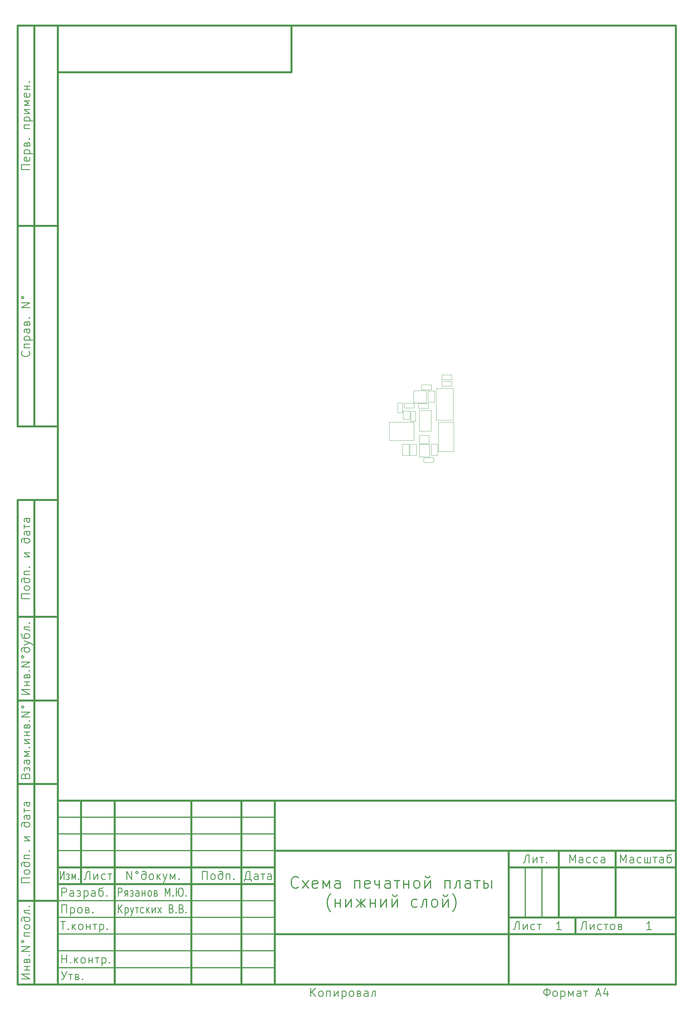
<source format=gbr>
%TF.GenerationSoftware,KiCad,Pcbnew,(6.0.0)*%
%TF.CreationDate,2022-01-12T10:47:11+03:00*%
%TF.ProjectId,Curse_PCB,43757273-655f-4504-9342-2e6b69636164,rev?*%
%TF.SameCoordinates,Original*%
%TF.FileFunction,Other,User*%
%FSLAX46Y46*%
G04 Gerber Fmt 4.6, Leading zero omitted, Abs format (unit mm)*
G04 Created by KiCad (PCBNEW (6.0.0)) date 2022-01-12 10:47:11*
%MOMM*%
%LPD*%
G01*
G04 APERTURE LIST*
%ADD10C,0.100000*%
%ADD11C,0.600000*%
%ADD12C,0.300000*%
%ADD13C,0.250000*%
%ADD14C,0.350000*%
%ADD15C,0.500000*%
%ADD16C,0.050000*%
%ADD17C,0.120000*%
G04 APERTURE END LIST*
D10*
D11*
X20000000Y-292002200D02*
X20000000Y-5000000D01*
X205007200Y-5000000D01*
X205007200Y-292002200D01*
X20000000Y-292002200D01*
D10*
D11*
X8000000Y-232002200D02*
X20000000Y-232002200D01*
D10*
D11*
X8000000Y-207002200D02*
X20000000Y-207002200D01*
D10*
D11*
X8000000Y-182002200D02*
X20000000Y-182002200D01*
D10*
D11*
X90000000Y-5000000D02*
X90000000Y-19000000D01*
D10*
D11*
X20000000Y-19000000D02*
X90000000Y-19000000D01*
D10*
D11*
X8000000Y-147002200D02*
X20000000Y-147002200D01*
D10*
D11*
X8000000Y-292002200D02*
X20000000Y-292002200D01*
D10*
D11*
X8000000Y-267002200D02*
X20000000Y-267002200D01*
D10*
D11*
X85007200Y-237002200D02*
X85007200Y-292002200D01*
D10*
D11*
X75007200Y-237002200D02*
X75007200Y-292002200D01*
D10*
D11*
X60007200Y-237002200D02*
X60007200Y-292002200D01*
D10*
D11*
X37007200Y-237002200D02*
X37007200Y-292002200D01*
D10*
D11*
X27007200Y-237002200D02*
X27007200Y-262002200D01*
D10*
D12*
X20007200Y-252002200D02*
X85007200Y-252002200D01*
D10*
D12*
X20007200Y-247002200D02*
X85007200Y-247002200D01*
D10*
D12*
X20007200Y-242002200D02*
X85007200Y-242002200D01*
D10*
D11*
X20007200Y-262002200D02*
X85007200Y-262002200D01*
D10*
D11*
X20007200Y-257002200D02*
X85007200Y-257002200D01*
D10*
D12*
X20007200Y-287002200D02*
X85007200Y-287002200D01*
D10*
D12*
X20007200Y-282002200D02*
X85007200Y-282002200D01*
D10*
D12*
X20007200Y-277002200D02*
X85007200Y-277002200D01*
D10*
D12*
X20007200Y-272002200D02*
X85007200Y-272002200D01*
D10*
D12*
X20007200Y-267002200D02*
X85007200Y-267002200D01*
D10*
D11*
X20007200Y-237002200D02*
X205007200Y-237002200D01*
D10*
D11*
X8000000Y-147002200D02*
X8000000Y-292002200D01*
D10*
D11*
X13000000Y-147002200D02*
X13000000Y-292002200D01*
D10*
D12*
X160007200Y-257002200D02*
X160007200Y-272002200D01*
D10*
D12*
X165007200Y-257002200D02*
X165007200Y-272002200D01*
D10*
D11*
X170007200Y-252002200D02*
X170007200Y-272002200D01*
D10*
D11*
X187007200Y-252002200D02*
X187007200Y-272002200D01*
D10*
D11*
X155007200Y-272002200D02*
X205007200Y-272002200D01*
D10*
D11*
X155007200Y-257002200D02*
X205007200Y-257002200D01*
D10*
D11*
X155007200Y-252002200D02*
X155007200Y-292002200D01*
D10*
D11*
X85007200Y-277002200D02*
X205007200Y-277002200D01*
D10*
D11*
X85007200Y-252002200D02*
X205007200Y-252002200D01*
D10*
D11*
X20007200Y-292002200D02*
X20007200Y-237002200D01*
D10*
D11*
X175007200Y-272002200D02*
X175007200Y-277002200D01*
D10*
D11*
X8000000Y-5002200D02*
X20000000Y-5002200D01*
D10*
D11*
X8000000Y-65002200D02*
X20000000Y-65002200D01*
D10*
D11*
X8000000Y-125002200D02*
X20000000Y-125002200D01*
D10*
D11*
X8000000Y-5002200D02*
X8000000Y-125002200D01*
D10*
D11*
X13000000Y-5002200D02*
X13000000Y-125002200D01*
D10*
D13*
X40709580Y-260633152D02*
X40709580Y-258133152D01*
X42138152Y-260633152D01*
X42138152Y-258133152D01*
X43685771Y-258133152D02*
X43447676Y-258252200D01*
X43328628Y-258490295D01*
X43447676Y-258728390D01*
X43685771Y-258847438D01*
X43923866Y-258728390D01*
X44042914Y-258490295D01*
X43923866Y-258252200D01*
X43685771Y-258133152D01*
X46423866Y-259204580D02*
X46304819Y-259085533D01*
X46066723Y-258966485D01*
X45590533Y-258966485D01*
X45352438Y-259085533D01*
X45233390Y-259204580D01*
X45114342Y-259442676D01*
X45114342Y-260156961D01*
X45233390Y-260395057D01*
X45352438Y-260514104D01*
X45590533Y-260633152D01*
X45947676Y-260633152D01*
X46185771Y-260514104D01*
X46304819Y-260395057D01*
X46423866Y-260156961D01*
X46423866Y-258609342D01*
X46304819Y-258371247D01*
X46185771Y-258252200D01*
X45947676Y-258133152D01*
X45471485Y-258133152D01*
X45233390Y-258252200D01*
X47852438Y-260633152D02*
X47614342Y-260514104D01*
X47495295Y-260395057D01*
X47376247Y-260156961D01*
X47376247Y-259442676D01*
X47495295Y-259204580D01*
X47614342Y-259085533D01*
X47852438Y-258966485D01*
X48209580Y-258966485D01*
X48447676Y-259085533D01*
X48566723Y-259204580D01*
X48685771Y-259442676D01*
X48685771Y-260156961D01*
X48566723Y-260395057D01*
X48447676Y-260514104D01*
X48209580Y-260633152D01*
X47852438Y-260633152D01*
X49757200Y-258966485D02*
X49757200Y-260633152D01*
X49995295Y-259680771D02*
X50709580Y-260633152D01*
X50709580Y-258966485D02*
X49757200Y-259918866D01*
X51542914Y-258966485D02*
X52138152Y-260633152D01*
X52733390Y-258966485D02*
X52138152Y-260633152D01*
X51900057Y-261228390D01*
X51781009Y-261347438D01*
X51542914Y-261466485D01*
X53685771Y-260633152D02*
X53685771Y-258966485D01*
X54400057Y-260276009D01*
X55114342Y-258966485D01*
X55114342Y-260633152D01*
X56304819Y-260395057D02*
X56423866Y-260514104D01*
X56304819Y-260633152D01*
X56185771Y-260514104D01*
X56304819Y-260395057D01*
X56304819Y-260633152D01*
D10*
D13*
X10321428Y-229561723D02*
X10440476Y-229204580D01*
X10559523Y-229085533D01*
X10797619Y-228966485D01*
X11154761Y-228966485D01*
X11392857Y-229085533D01*
X11511904Y-229204580D01*
X11630952Y-229442676D01*
X11630952Y-230395057D01*
X9130952Y-230395057D01*
X9130952Y-229561723D01*
X9250000Y-229323628D01*
X9369047Y-229204580D01*
X9607142Y-229085533D01*
X9845238Y-229085533D01*
X10083333Y-229204580D01*
X10202380Y-229323628D01*
X10321428Y-229561723D01*
X10321428Y-230395057D01*
X10797619Y-227656961D02*
X10797619Y-227418866D01*
X10083333Y-228133152D02*
X9964285Y-227895057D01*
X9964285Y-227418866D01*
X10083333Y-227180771D01*
X10321428Y-227061723D01*
X10440476Y-227061723D01*
X10678571Y-227180771D01*
X10797619Y-227418866D01*
X10916666Y-227180771D01*
X11154761Y-227061723D01*
X11273809Y-227061723D01*
X11511904Y-227180771D01*
X11630952Y-227418866D01*
X11630952Y-227895057D01*
X11511904Y-228133152D01*
X11630952Y-224918866D02*
X10321428Y-224918866D01*
X10083333Y-225037914D01*
X9964285Y-225276009D01*
X9964285Y-225752200D01*
X10083333Y-225990295D01*
X11511904Y-224918866D02*
X11630952Y-225156961D01*
X11630952Y-225752200D01*
X11511904Y-225990295D01*
X11273809Y-226109342D01*
X11035714Y-226109342D01*
X10797619Y-225990295D01*
X10678571Y-225752200D01*
X10678571Y-225156961D01*
X10559523Y-224918866D01*
X11630952Y-223728390D02*
X9964285Y-223728390D01*
X11273809Y-223014104D01*
X9964285Y-222299819D01*
X11630952Y-222299819D01*
X11392857Y-221109342D02*
X11511904Y-220990295D01*
X11630952Y-221109342D01*
X11511904Y-221228390D01*
X11392857Y-221109342D01*
X11630952Y-221109342D01*
X9964285Y-219918866D02*
X11630952Y-219918866D01*
X9964285Y-218728390D01*
X11630952Y-218728390D01*
X10797619Y-217537914D02*
X10797619Y-216466485D01*
X9964285Y-217537914D02*
X11630952Y-217537914D01*
X9964285Y-216466485D02*
X11630952Y-216466485D01*
X10797619Y-214680771D02*
X10916666Y-214323628D01*
X11154761Y-214204580D01*
X11273809Y-214204580D01*
X11511904Y-214323628D01*
X11630952Y-214561723D01*
X11630952Y-215276009D01*
X9964285Y-215276009D01*
X9964285Y-214680771D01*
X10083333Y-214442676D01*
X10321428Y-214323628D01*
X10440476Y-214323628D01*
X10678571Y-214442676D01*
X10797619Y-214680771D01*
X10797619Y-215276009D01*
X11392857Y-213133152D02*
X11511904Y-213014104D01*
X11630952Y-213133152D01*
X11511904Y-213252200D01*
X11392857Y-213133152D01*
X11630952Y-213133152D01*
X11630952Y-211942676D02*
X9130952Y-211942676D01*
X11630952Y-210514104D01*
X9130952Y-210514104D01*
X9130952Y-208966485D02*
X9250000Y-209204580D01*
X9488095Y-209323628D01*
X9726190Y-209204580D01*
X9845238Y-208966485D01*
X9726190Y-208728390D01*
X9488095Y-208609342D01*
X9250000Y-208728390D01*
X9130952Y-208966485D01*
D10*
D13*
X77983390Y-261228390D02*
X77983390Y-260633152D01*
X75840533Y-260633152D01*
X75840533Y-261228390D01*
X77507200Y-260633152D02*
X77507200Y-258133152D01*
X76911961Y-258133152D01*
X76673866Y-258252200D01*
X76554819Y-258371247D01*
X76435771Y-258609342D01*
X76197676Y-260633152D01*
X80007200Y-260633152D02*
X80007200Y-259323628D01*
X79888152Y-259085533D01*
X79650057Y-258966485D01*
X79173866Y-258966485D01*
X78935771Y-259085533D01*
X80007200Y-260514104D02*
X79769104Y-260633152D01*
X79173866Y-260633152D01*
X78935771Y-260514104D01*
X78816723Y-260276009D01*
X78816723Y-260037914D01*
X78935771Y-259799819D01*
X79173866Y-259680771D01*
X79769104Y-259680771D01*
X80007200Y-259561723D01*
X80840533Y-258966485D02*
X82031009Y-258966485D01*
X81435771Y-258966485D02*
X81435771Y-260633152D01*
X83935771Y-260633152D02*
X83935771Y-259323628D01*
X83816723Y-259085533D01*
X83578628Y-258966485D01*
X83102438Y-258966485D01*
X82864342Y-259085533D01*
X83935771Y-260514104D02*
X83697676Y-260633152D01*
X83102438Y-260633152D01*
X82864342Y-260514104D01*
X82745295Y-260276009D01*
X82745295Y-260037914D01*
X82864342Y-259799819D01*
X83102438Y-259680771D01*
X83697676Y-259680771D01*
X83935771Y-259561723D01*
D10*
D13*
X20822225Y-258133152D02*
X20822225Y-260633152D01*
X21896215Y-258133152D01*
X21896215Y-260633152D01*
X22970205Y-259799819D02*
X23149203Y-259799819D01*
X22612208Y-259085533D02*
X22791206Y-258966485D01*
X23149203Y-258966485D01*
X23328201Y-259085533D01*
X23417700Y-259323628D01*
X23417700Y-259442676D01*
X23328201Y-259680771D01*
X23149203Y-259799819D01*
X23328201Y-259918866D01*
X23417700Y-260156961D01*
X23417700Y-260276009D01*
X23328201Y-260514104D01*
X23149203Y-260633152D01*
X22791206Y-260633152D01*
X22612208Y-260514104D01*
X24223193Y-260633152D02*
X24223193Y-258966485D01*
X24760188Y-260276009D01*
X25297182Y-258966485D01*
X25297182Y-260633152D01*
X26192174Y-260395057D02*
X26281673Y-260514104D01*
X26192174Y-260633152D01*
X26102675Y-260514104D01*
X26192174Y-260395057D01*
X26192174Y-260633152D01*
D10*
D13*
X9130952Y-205156961D02*
X11630952Y-205156961D01*
X9130952Y-203728390D01*
X11630952Y-203728390D01*
X10797619Y-202537914D02*
X10797619Y-201466485D01*
X9964285Y-202537914D02*
X11630952Y-202537914D01*
X9964285Y-201466485D02*
X11630952Y-201466485D01*
X10797619Y-199680771D02*
X10916666Y-199323628D01*
X11154761Y-199204580D01*
X11273809Y-199204580D01*
X11511904Y-199323628D01*
X11630952Y-199561723D01*
X11630952Y-200276009D01*
X9964285Y-200276009D01*
X9964285Y-199680771D01*
X10083333Y-199442676D01*
X10321428Y-199323628D01*
X10440476Y-199323628D01*
X10678571Y-199442676D01*
X10797619Y-199680771D01*
X10797619Y-200276009D01*
X11392857Y-198133152D02*
X11511904Y-198014104D01*
X11630952Y-198133152D01*
X11511904Y-198252200D01*
X11392857Y-198133152D01*
X11630952Y-198133152D01*
X11630952Y-196942676D02*
X9130952Y-196942676D01*
X11630952Y-195514104D01*
X9130952Y-195514104D01*
X9130952Y-193966485D02*
X9250000Y-194204580D01*
X9488095Y-194323628D01*
X9726190Y-194204580D01*
X9845238Y-193966485D01*
X9726190Y-193728390D01*
X9488095Y-193609342D01*
X9250000Y-193728390D01*
X9130952Y-193966485D01*
X10202380Y-191228390D02*
X10083333Y-191347438D01*
X9964285Y-191585533D01*
X9964285Y-192061723D01*
X10083333Y-192299819D01*
X10202380Y-192418866D01*
X10440476Y-192537914D01*
X11154761Y-192537914D01*
X11392857Y-192418866D01*
X11511904Y-192299819D01*
X11630952Y-192061723D01*
X11630952Y-191704580D01*
X11511904Y-191466485D01*
X11392857Y-191347438D01*
X11154761Y-191228390D01*
X9607142Y-191228390D01*
X9369047Y-191347438D01*
X9250000Y-191466485D01*
X9130952Y-191704580D01*
X9130952Y-192180771D01*
X9250000Y-192418866D01*
X9964285Y-190395057D02*
X11630952Y-189799819D01*
X9964285Y-189204580D02*
X11630952Y-189799819D01*
X12226190Y-190037914D01*
X12345238Y-190156961D01*
X12464285Y-190395057D01*
X9011904Y-187061723D02*
X9130952Y-187180771D01*
X9250000Y-187418866D01*
X9250000Y-187895057D01*
X9369047Y-188133152D01*
X9488095Y-188252200D01*
X9726190Y-188371247D01*
X11154761Y-188371247D01*
X11392857Y-188252200D01*
X11511904Y-188133152D01*
X11630952Y-187895057D01*
X11630952Y-187537914D01*
X11511904Y-187299819D01*
X11392857Y-187180771D01*
X11154761Y-187061723D01*
X10440476Y-187061723D01*
X10202380Y-187180771D01*
X10083333Y-187299819D01*
X9964285Y-187537914D01*
X9964285Y-188014104D01*
X10083333Y-188252200D01*
X10202380Y-188371247D01*
X11630952Y-185037914D02*
X9964285Y-185037914D01*
X9964285Y-185395057D01*
X10083333Y-185633152D01*
X10321428Y-185752200D01*
X11273809Y-185871247D01*
X11511904Y-185990295D01*
X11630952Y-186228390D01*
X11392857Y-183847438D02*
X11511904Y-183728390D01*
X11630952Y-183847438D01*
X11511904Y-183966485D01*
X11392857Y-183847438D01*
X11630952Y-183847438D01*
D10*
D13*
X9130952Y-290335533D02*
X11630952Y-290335533D01*
X9130952Y-288906961D01*
X11630952Y-288906961D01*
X10797619Y-287716485D02*
X10797619Y-286645057D01*
X9964285Y-287716485D02*
X11630952Y-287716485D01*
X9964285Y-286645057D02*
X11630952Y-286645057D01*
X10797619Y-284859342D02*
X10916666Y-284502200D01*
X11154761Y-284383152D01*
X11273809Y-284383152D01*
X11511904Y-284502200D01*
X11630952Y-284740295D01*
X11630952Y-285454580D01*
X9964285Y-285454580D01*
X9964285Y-284859342D01*
X10083333Y-284621247D01*
X10321428Y-284502200D01*
X10440476Y-284502200D01*
X10678571Y-284621247D01*
X10797619Y-284859342D01*
X10797619Y-285454580D01*
X11392857Y-283311723D02*
X11511904Y-283192676D01*
X11630952Y-283311723D01*
X11511904Y-283430771D01*
X11392857Y-283311723D01*
X11630952Y-283311723D01*
X11630952Y-282121247D02*
X9130952Y-282121247D01*
X11630952Y-280692676D01*
X9130952Y-280692676D01*
X9130952Y-279145057D02*
X9250000Y-279383152D01*
X9488095Y-279502200D01*
X9726190Y-279383152D01*
X9845238Y-279145057D01*
X9726190Y-278906961D01*
X9488095Y-278787914D01*
X9250000Y-278906961D01*
X9130952Y-279145057D01*
X11630952Y-277597438D02*
X9964285Y-277597438D01*
X9964285Y-276526009D01*
X11630952Y-276526009D01*
X11630952Y-274978390D02*
X11511904Y-275216485D01*
X11392857Y-275335533D01*
X11154761Y-275454580D01*
X10440476Y-275454580D01*
X10202380Y-275335533D01*
X10083333Y-275216485D01*
X9964285Y-274978390D01*
X9964285Y-274621247D01*
X10083333Y-274383152D01*
X10202380Y-274264104D01*
X10440476Y-274145057D01*
X11154761Y-274145057D01*
X11392857Y-274264104D01*
X11511904Y-274383152D01*
X11630952Y-274621247D01*
X11630952Y-274978390D01*
X10202380Y-271883152D02*
X10083333Y-272002200D01*
X9964285Y-272240295D01*
X9964285Y-272716485D01*
X10083333Y-272954580D01*
X10202380Y-273073628D01*
X10440476Y-273192676D01*
X11154761Y-273192676D01*
X11392857Y-273073628D01*
X11511904Y-272954580D01*
X11630952Y-272716485D01*
X11630952Y-272359342D01*
X11511904Y-272121247D01*
X11392857Y-272002200D01*
X11154761Y-271883152D01*
X9607142Y-271883152D01*
X9369047Y-272002200D01*
X9250000Y-272121247D01*
X9130952Y-272359342D01*
X9130952Y-272835533D01*
X9250000Y-273073628D01*
X11630952Y-269859342D02*
X9964285Y-269859342D01*
X9964285Y-270216485D01*
X10083333Y-270454580D01*
X10321428Y-270573628D01*
X11273809Y-270692676D01*
X11511904Y-270811723D01*
X11630952Y-271049819D01*
X11392857Y-268668866D02*
X11511904Y-268549819D01*
X11630952Y-268668866D01*
X11511904Y-268787914D01*
X11392857Y-268668866D01*
X11630952Y-268668866D01*
D10*
D13*
X95727438Y-295633152D02*
X95727438Y-293133152D01*
X97156009Y-295633152D02*
X96084580Y-294204580D01*
X97156009Y-293133152D02*
X95727438Y-294561723D01*
X98584580Y-295633152D02*
X98346485Y-295514104D01*
X98227438Y-295395057D01*
X98108390Y-295156961D01*
X98108390Y-294442676D01*
X98227438Y-294204580D01*
X98346485Y-294085533D01*
X98584580Y-293966485D01*
X98941723Y-293966485D01*
X99179819Y-294085533D01*
X99298866Y-294204580D01*
X99417914Y-294442676D01*
X99417914Y-295156961D01*
X99298866Y-295395057D01*
X99179819Y-295514104D01*
X98941723Y-295633152D01*
X98584580Y-295633152D01*
X100489342Y-295633152D02*
X100489342Y-293966485D01*
X101560771Y-293966485D01*
X101560771Y-295633152D01*
X102751247Y-293966485D02*
X102751247Y-295633152D01*
X103941723Y-293966485D01*
X103941723Y-295633152D01*
X105132200Y-293966485D02*
X105132200Y-296466485D01*
X105132200Y-294085533D02*
X105370295Y-293966485D01*
X105846485Y-293966485D01*
X106084580Y-294085533D01*
X106203628Y-294204580D01*
X106322676Y-294442676D01*
X106322676Y-295156961D01*
X106203628Y-295395057D01*
X106084580Y-295514104D01*
X105846485Y-295633152D01*
X105370295Y-295633152D01*
X105132200Y-295514104D01*
X107751247Y-295633152D02*
X107513152Y-295514104D01*
X107394104Y-295395057D01*
X107275057Y-295156961D01*
X107275057Y-294442676D01*
X107394104Y-294204580D01*
X107513152Y-294085533D01*
X107751247Y-293966485D01*
X108108390Y-293966485D01*
X108346485Y-294085533D01*
X108465533Y-294204580D01*
X108584580Y-294442676D01*
X108584580Y-295156961D01*
X108465533Y-295395057D01*
X108346485Y-295514104D01*
X108108390Y-295633152D01*
X107751247Y-295633152D01*
X110251247Y-294799819D02*
X110608390Y-294918866D01*
X110727438Y-295156961D01*
X110727438Y-295276009D01*
X110608390Y-295514104D01*
X110370295Y-295633152D01*
X109656009Y-295633152D01*
X109656009Y-293966485D01*
X110251247Y-293966485D01*
X110489342Y-294085533D01*
X110608390Y-294323628D01*
X110608390Y-294442676D01*
X110489342Y-294680771D01*
X110251247Y-294799819D01*
X109656009Y-294799819D01*
X112870295Y-295633152D02*
X112870295Y-294323628D01*
X112751247Y-294085533D01*
X112513152Y-293966485D01*
X112036961Y-293966485D01*
X111798866Y-294085533D01*
X112870295Y-295514104D02*
X112632200Y-295633152D01*
X112036961Y-295633152D01*
X111798866Y-295514104D01*
X111679819Y-295276009D01*
X111679819Y-295037914D01*
X111798866Y-294799819D01*
X112036961Y-294680771D01*
X112632200Y-294680771D01*
X112870295Y-294561723D01*
X115013152Y-295633152D02*
X115013152Y-293966485D01*
X114656009Y-293966485D01*
X114417914Y-294085533D01*
X114298866Y-294323628D01*
X114179819Y-295276009D01*
X114060771Y-295514104D01*
X113822676Y-295633152D01*
D10*
D13*
X158156009Y-275633152D02*
X158156009Y-273133152D01*
X157798866Y-273133152D01*
X157441723Y-273252200D01*
X157203628Y-273490295D01*
X157084580Y-273847438D01*
X156846485Y-275276009D01*
X156727438Y-275514104D01*
X156489342Y-275633152D01*
X156370295Y-275633152D01*
X159346485Y-273966485D02*
X159346485Y-275633152D01*
X160536961Y-273966485D01*
X160536961Y-275633152D01*
X162798866Y-275514104D02*
X162560771Y-275633152D01*
X162084580Y-275633152D01*
X161846485Y-275514104D01*
X161727438Y-275395057D01*
X161608390Y-275156961D01*
X161608390Y-274442676D01*
X161727438Y-274204580D01*
X161846485Y-274085533D01*
X162084580Y-273966485D01*
X162560771Y-273966485D01*
X162798866Y-274085533D01*
X163513152Y-273966485D02*
X164703628Y-273966485D01*
X164108390Y-273966485D02*
X164108390Y-275633152D01*
D10*
D13*
X29626247Y-260633152D02*
X29626247Y-258133152D01*
X29269104Y-258133152D01*
X28911961Y-258252200D01*
X28673866Y-258490295D01*
X28554819Y-258847438D01*
X28316723Y-260276009D01*
X28197676Y-260514104D01*
X27959580Y-260633152D01*
X27840533Y-260633152D01*
X30816723Y-258966485D02*
X30816723Y-260633152D01*
X32007200Y-258966485D01*
X32007200Y-260633152D01*
X34269104Y-260514104D02*
X34031009Y-260633152D01*
X33554819Y-260633152D01*
X33316723Y-260514104D01*
X33197676Y-260395057D01*
X33078628Y-260156961D01*
X33078628Y-259442676D01*
X33197676Y-259204580D01*
X33316723Y-259085533D01*
X33554819Y-258966485D01*
X34031009Y-258966485D01*
X34269104Y-259085533D01*
X34983390Y-258966485D02*
X36173866Y-258966485D01*
X35578628Y-258966485D02*
X35578628Y-260633152D01*
D10*
D13*
X178156009Y-275633152D02*
X178156009Y-273133152D01*
X177798866Y-273133152D01*
X177441723Y-273252200D01*
X177203628Y-273490295D01*
X177084580Y-273847438D01*
X176846485Y-275276009D01*
X176727438Y-275514104D01*
X176489342Y-275633152D01*
X176370295Y-275633152D01*
X179346485Y-273966485D02*
X179346485Y-275633152D01*
X180536961Y-273966485D01*
X180536961Y-275633152D01*
X182798866Y-275514104D02*
X182560771Y-275633152D01*
X182084580Y-275633152D01*
X181846485Y-275514104D01*
X181727438Y-275395057D01*
X181608390Y-275156961D01*
X181608390Y-274442676D01*
X181727438Y-274204580D01*
X181846485Y-274085533D01*
X182084580Y-273966485D01*
X182560771Y-273966485D01*
X182798866Y-274085533D01*
X183513152Y-273966485D02*
X184703628Y-273966485D01*
X184108390Y-273966485D02*
X184108390Y-275633152D01*
X185894104Y-275633152D02*
X185656009Y-275514104D01*
X185536961Y-275395057D01*
X185417914Y-275156961D01*
X185417914Y-274442676D01*
X185536961Y-274204580D01*
X185656009Y-274085533D01*
X185894104Y-273966485D01*
X186251247Y-273966485D01*
X186489342Y-274085533D01*
X186608390Y-274204580D01*
X186727438Y-274442676D01*
X186727438Y-275156961D01*
X186608390Y-275395057D01*
X186489342Y-275514104D01*
X186251247Y-275633152D01*
X185894104Y-275633152D01*
X188394104Y-274799819D02*
X188751247Y-274918866D01*
X188870295Y-275156961D01*
X188870295Y-275276009D01*
X188751247Y-275514104D01*
X188513152Y-275633152D01*
X187798866Y-275633152D01*
X187798866Y-273966485D01*
X188394104Y-273966485D01*
X188632200Y-274085533D01*
X188751247Y-274323628D01*
X188751247Y-274442676D01*
X188632200Y-274680771D01*
X188394104Y-274799819D01*
X187798866Y-274799819D01*
D10*
D13*
X161102438Y-255633152D02*
X161102438Y-253133152D01*
X160745295Y-253133152D01*
X160388152Y-253252200D01*
X160150057Y-253490295D01*
X160031009Y-253847438D01*
X159792914Y-255276009D01*
X159673866Y-255514104D01*
X159435771Y-255633152D01*
X159316723Y-255633152D01*
X162292914Y-253966485D02*
X162292914Y-255633152D01*
X163483390Y-253966485D01*
X163483390Y-255633152D01*
X164316723Y-253966485D02*
X165507200Y-253966485D01*
X164911961Y-253966485D02*
X164911961Y-255633152D01*
X166340533Y-255395057D02*
X166459580Y-255514104D01*
X166340533Y-255633152D01*
X166221485Y-255514104D01*
X166340533Y-255395057D01*
X166340533Y-255633152D01*
D10*
D13*
X173269104Y-255633152D02*
X173269104Y-253133152D01*
X174102438Y-254918866D01*
X174935771Y-253133152D01*
X174935771Y-255633152D01*
X177197676Y-255633152D02*
X177197676Y-254323628D01*
X177078628Y-254085533D01*
X176840533Y-253966485D01*
X176364342Y-253966485D01*
X176126247Y-254085533D01*
X177197676Y-255514104D02*
X176959580Y-255633152D01*
X176364342Y-255633152D01*
X176126247Y-255514104D01*
X176007200Y-255276009D01*
X176007200Y-255037914D01*
X176126247Y-254799819D01*
X176364342Y-254680771D01*
X176959580Y-254680771D01*
X177197676Y-254561723D01*
X179459580Y-255514104D02*
X179221485Y-255633152D01*
X178745295Y-255633152D01*
X178507200Y-255514104D01*
X178388152Y-255395057D01*
X178269104Y-255156961D01*
X178269104Y-254442676D01*
X178388152Y-254204580D01*
X178507200Y-254085533D01*
X178745295Y-253966485D01*
X179221485Y-253966485D01*
X179459580Y-254085533D01*
X181602438Y-255514104D02*
X181364342Y-255633152D01*
X180888152Y-255633152D01*
X180650057Y-255514104D01*
X180531009Y-255395057D01*
X180411961Y-255156961D01*
X180411961Y-254442676D01*
X180531009Y-254204580D01*
X180650057Y-254085533D01*
X180888152Y-253966485D01*
X181364342Y-253966485D01*
X181602438Y-254085533D01*
X183745295Y-255633152D02*
X183745295Y-254323628D01*
X183626247Y-254085533D01*
X183388152Y-253966485D01*
X182911961Y-253966485D01*
X182673866Y-254085533D01*
X183745295Y-255514104D02*
X183507200Y-255633152D01*
X182911961Y-255633152D01*
X182673866Y-255514104D01*
X182554819Y-255276009D01*
X182554819Y-255037914D01*
X182673866Y-254799819D01*
X182911961Y-254680771D01*
X183507200Y-254680771D01*
X183745295Y-254561723D01*
D10*
D13*
X188447676Y-255633152D02*
X188447676Y-253133152D01*
X189281009Y-254918866D01*
X190114342Y-253133152D01*
X190114342Y-255633152D01*
X192376247Y-255633152D02*
X192376247Y-254323628D01*
X192257200Y-254085533D01*
X192019104Y-253966485D01*
X191542914Y-253966485D01*
X191304819Y-254085533D01*
X192376247Y-255514104D02*
X192138152Y-255633152D01*
X191542914Y-255633152D01*
X191304819Y-255514104D01*
X191185771Y-255276009D01*
X191185771Y-255037914D01*
X191304819Y-254799819D01*
X191542914Y-254680771D01*
X192138152Y-254680771D01*
X192376247Y-254561723D01*
X194638152Y-255514104D02*
X194400057Y-255633152D01*
X193923866Y-255633152D01*
X193685771Y-255514104D01*
X193566723Y-255395057D01*
X193447676Y-255156961D01*
X193447676Y-254442676D01*
X193566723Y-254204580D01*
X193685771Y-254085533D01*
X193923866Y-253966485D01*
X194400057Y-253966485D01*
X194638152Y-254085533D01*
X196542914Y-253966485D02*
X196542914Y-255633152D01*
X195709580Y-253966485D02*
X195709580Y-255633152D01*
X197376247Y-255633152D01*
X197376247Y-253966485D01*
X198209580Y-253966485D02*
X199400057Y-253966485D01*
X198804819Y-253966485D02*
X198804819Y-255633152D01*
X201304819Y-255633152D02*
X201304819Y-254323628D01*
X201185771Y-254085533D01*
X200947676Y-253966485D01*
X200471485Y-253966485D01*
X200233390Y-254085533D01*
X201304819Y-255514104D02*
X201066723Y-255633152D01*
X200471485Y-255633152D01*
X200233390Y-255514104D01*
X200114342Y-255276009D01*
X200114342Y-255037914D01*
X200233390Y-254799819D01*
X200471485Y-254680771D01*
X201066723Y-254680771D01*
X201304819Y-254561723D01*
X203685771Y-253014104D02*
X203566723Y-253133152D01*
X203328628Y-253252200D01*
X202852438Y-253252200D01*
X202614342Y-253371247D01*
X202495295Y-253490295D01*
X202376247Y-253728390D01*
X202376247Y-255156961D01*
X202495295Y-255395057D01*
X202614342Y-255514104D01*
X202852438Y-255633152D01*
X203209580Y-255633152D01*
X203447676Y-255514104D01*
X203566723Y-255395057D01*
X203685771Y-255156961D01*
X203685771Y-254442676D01*
X203566723Y-254204580D01*
X203447676Y-254085533D01*
X203209580Y-253966485D01*
X202733390Y-253966485D01*
X202495295Y-254085533D01*
X202376247Y-254204580D01*
D10*
D13*
X21227438Y-285633152D02*
X21227438Y-283133152D01*
X21227438Y-284323628D02*
X22656009Y-284323628D01*
X22656009Y-285633152D02*
X22656009Y-283133152D01*
X23846485Y-285395057D02*
X23965533Y-285514104D01*
X23846485Y-285633152D01*
X23727438Y-285514104D01*
X23846485Y-285395057D01*
X23846485Y-285633152D01*
X25036961Y-283966485D02*
X25036961Y-285633152D01*
X25275057Y-284680771D02*
X25989342Y-285633152D01*
X25989342Y-283966485D02*
X25036961Y-284918866D01*
X27417914Y-285633152D02*
X27179819Y-285514104D01*
X27060771Y-285395057D01*
X26941723Y-285156961D01*
X26941723Y-284442676D01*
X27060771Y-284204580D01*
X27179819Y-284085533D01*
X27417914Y-283966485D01*
X27775057Y-283966485D01*
X28013152Y-284085533D01*
X28132200Y-284204580D01*
X28251247Y-284442676D01*
X28251247Y-285156961D01*
X28132200Y-285395057D01*
X28013152Y-285514104D01*
X27775057Y-285633152D01*
X27417914Y-285633152D01*
X29322676Y-284799819D02*
X30394104Y-284799819D01*
X29322676Y-283966485D02*
X29322676Y-285633152D01*
X30394104Y-283966485D02*
X30394104Y-285633152D01*
X31227438Y-283966485D02*
X32417914Y-283966485D01*
X31822676Y-283966485D02*
X31822676Y-285633152D01*
X33251247Y-283966485D02*
X33251247Y-286466485D01*
X33251247Y-284085533D02*
X33489342Y-283966485D01*
X33965533Y-283966485D01*
X34203628Y-284085533D01*
X34322676Y-284204580D01*
X34441723Y-284442676D01*
X34441723Y-285156961D01*
X34322676Y-285395057D01*
X34203628Y-285514104D01*
X33965533Y-285633152D01*
X33489342Y-285633152D01*
X33251247Y-285514104D01*
X35513152Y-285395057D02*
X35632200Y-285514104D01*
X35513152Y-285633152D01*
X35394104Y-285514104D01*
X35513152Y-285395057D01*
X35513152Y-285633152D01*
D10*
D13*
X11630952Y-48097438D02*
X9130952Y-48097438D01*
X9130952Y-46668866D01*
X11630952Y-46668866D01*
X11511904Y-44526009D02*
X11630952Y-44764104D01*
X11630952Y-45240295D01*
X11511904Y-45478390D01*
X11273809Y-45597438D01*
X10321428Y-45597438D01*
X10083333Y-45478390D01*
X9964285Y-45240295D01*
X9964285Y-44764104D01*
X10083333Y-44526009D01*
X10321428Y-44406961D01*
X10559523Y-44406961D01*
X10797619Y-45597438D01*
X9964285Y-43335533D02*
X12464285Y-43335533D01*
X10083333Y-43335533D02*
X9964285Y-43097438D01*
X9964285Y-42621247D01*
X10083333Y-42383152D01*
X10202380Y-42264104D01*
X10440476Y-42145057D01*
X11154761Y-42145057D01*
X11392857Y-42264104D01*
X11511904Y-42383152D01*
X11630952Y-42621247D01*
X11630952Y-43097438D01*
X11511904Y-43335533D01*
X10797619Y-40478390D02*
X10916666Y-40121247D01*
X11154761Y-40002200D01*
X11273809Y-40002200D01*
X11511904Y-40121247D01*
X11630952Y-40359342D01*
X11630952Y-41073628D01*
X9964285Y-41073628D01*
X9964285Y-40478390D01*
X10083333Y-40240295D01*
X10321428Y-40121247D01*
X10440476Y-40121247D01*
X10678571Y-40240295D01*
X10797619Y-40478390D01*
X10797619Y-41073628D01*
X11392857Y-38930771D02*
X11511904Y-38811723D01*
X11630952Y-38930771D01*
X11511904Y-39049819D01*
X11392857Y-38930771D01*
X11630952Y-38930771D01*
X11630952Y-35835533D02*
X9964285Y-35835533D01*
X9964285Y-34764104D01*
X11630952Y-34764104D01*
X9964285Y-33573628D02*
X12464285Y-33573628D01*
X10083333Y-33573628D02*
X9964285Y-33335533D01*
X9964285Y-32859342D01*
X10083333Y-32621247D01*
X10202380Y-32502200D01*
X10440476Y-32383152D01*
X11154761Y-32383152D01*
X11392857Y-32502200D01*
X11511904Y-32621247D01*
X11630952Y-32859342D01*
X11630952Y-33335533D01*
X11511904Y-33573628D01*
X9964285Y-31311723D02*
X11630952Y-31311723D01*
X9964285Y-30121247D01*
X11630952Y-30121247D01*
X11630952Y-28930771D02*
X9964285Y-28930771D01*
X11273809Y-28216485D01*
X9964285Y-27502200D01*
X11630952Y-27502200D01*
X11511904Y-25359342D02*
X11630952Y-25597438D01*
X11630952Y-26073628D01*
X11511904Y-26311723D01*
X11273809Y-26430771D01*
X10321428Y-26430771D01*
X10083333Y-26311723D01*
X9964285Y-26073628D01*
X9964285Y-25597438D01*
X10083333Y-25359342D01*
X10321428Y-25240295D01*
X10559523Y-25240295D01*
X10797619Y-26430771D01*
X10797619Y-24168866D02*
X10797619Y-23097438D01*
X9964285Y-24168866D02*
X11630952Y-24168866D01*
X9964285Y-23097438D02*
X11630952Y-23097438D01*
X11392857Y-21906961D02*
X11511904Y-21787914D01*
X11630952Y-21906961D01*
X11511904Y-22026009D01*
X11392857Y-21906961D01*
X11630952Y-21906961D01*
D10*
D13*
X11630952Y-261526009D02*
X9130952Y-261526009D01*
X9130952Y-260097438D01*
X11630952Y-260097438D01*
X11630952Y-258549819D02*
X11511904Y-258787914D01*
X11392857Y-258906961D01*
X11154761Y-259026009D01*
X10440476Y-259026009D01*
X10202380Y-258906961D01*
X10083333Y-258787914D01*
X9964285Y-258549819D01*
X9964285Y-258192676D01*
X10083333Y-257954580D01*
X10202380Y-257835533D01*
X10440476Y-257716485D01*
X11154761Y-257716485D01*
X11392857Y-257835533D01*
X11511904Y-257954580D01*
X11630952Y-258192676D01*
X11630952Y-258549819D01*
X10202380Y-255454580D02*
X10083333Y-255573628D01*
X9964285Y-255811723D01*
X9964285Y-256287914D01*
X10083333Y-256526009D01*
X10202380Y-256645057D01*
X10440476Y-256764104D01*
X11154761Y-256764104D01*
X11392857Y-256645057D01*
X11511904Y-256526009D01*
X11630952Y-256287914D01*
X11630952Y-255930771D01*
X11511904Y-255692676D01*
X11392857Y-255573628D01*
X11154761Y-255454580D01*
X9607142Y-255454580D01*
X9369047Y-255573628D01*
X9250000Y-255692676D01*
X9130952Y-255930771D01*
X9130952Y-256406961D01*
X9250000Y-256645057D01*
X11630952Y-254383152D02*
X9964285Y-254383152D01*
X9964285Y-253311723D01*
X11630952Y-253311723D01*
X11392857Y-252121247D02*
X11511904Y-252002200D01*
X11630952Y-252121247D01*
X11511904Y-252240295D01*
X11392857Y-252121247D01*
X11630952Y-252121247D01*
X9964285Y-249026009D02*
X11630952Y-249026009D01*
X9964285Y-247835533D01*
X11630952Y-247835533D01*
X10202380Y-243549819D02*
X10083333Y-243668866D01*
X9964285Y-243906961D01*
X9964285Y-244383152D01*
X10083333Y-244621247D01*
X10202380Y-244740295D01*
X10440476Y-244859342D01*
X11154761Y-244859342D01*
X11392857Y-244740295D01*
X11511904Y-244621247D01*
X11630952Y-244383152D01*
X11630952Y-244026009D01*
X11511904Y-243787914D01*
X11392857Y-243668866D01*
X11154761Y-243549819D01*
X9607142Y-243549819D01*
X9369047Y-243668866D01*
X9250000Y-243787914D01*
X9130952Y-244026009D01*
X9130952Y-244502200D01*
X9250000Y-244740295D01*
X11630952Y-241406961D02*
X10321428Y-241406961D01*
X10083333Y-241526009D01*
X9964285Y-241764104D01*
X9964285Y-242240295D01*
X10083333Y-242478390D01*
X11511904Y-241406961D02*
X11630952Y-241645057D01*
X11630952Y-242240295D01*
X11511904Y-242478390D01*
X11273809Y-242597438D01*
X11035714Y-242597438D01*
X10797619Y-242478390D01*
X10678571Y-242240295D01*
X10678571Y-241645057D01*
X10559523Y-241406961D01*
X9964285Y-240573628D02*
X9964285Y-239383152D01*
X9964285Y-239978390D02*
X11630952Y-239978390D01*
X11630952Y-237478390D02*
X10321428Y-237478390D01*
X10083333Y-237597438D01*
X9964285Y-237835533D01*
X9964285Y-238311723D01*
X10083333Y-238549819D01*
X11511904Y-237478390D02*
X11630952Y-237716485D01*
X11630952Y-238311723D01*
X11511904Y-238549819D01*
X11273809Y-238668866D01*
X11035714Y-238668866D01*
X10797619Y-238549819D01*
X10678571Y-238311723D01*
X10678571Y-237716485D01*
X10559523Y-237478390D01*
D10*
D13*
X11630952Y-176526009D02*
X9130952Y-176526009D01*
X9130952Y-175097438D01*
X11630952Y-175097438D01*
X11630952Y-173549819D02*
X11511904Y-173787914D01*
X11392857Y-173906961D01*
X11154761Y-174026009D01*
X10440476Y-174026009D01*
X10202380Y-173906961D01*
X10083333Y-173787914D01*
X9964285Y-173549819D01*
X9964285Y-173192676D01*
X10083333Y-172954580D01*
X10202380Y-172835533D01*
X10440476Y-172716485D01*
X11154761Y-172716485D01*
X11392857Y-172835533D01*
X11511904Y-172954580D01*
X11630952Y-173192676D01*
X11630952Y-173549819D01*
X10202380Y-170454580D02*
X10083333Y-170573628D01*
X9964285Y-170811723D01*
X9964285Y-171287914D01*
X10083333Y-171526009D01*
X10202380Y-171645057D01*
X10440476Y-171764104D01*
X11154761Y-171764104D01*
X11392857Y-171645057D01*
X11511904Y-171526009D01*
X11630952Y-171287914D01*
X11630952Y-170930771D01*
X11511904Y-170692676D01*
X11392857Y-170573628D01*
X11154761Y-170454580D01*
X9607142Y-170454580D01*
X9369047Y-170573628D01*
X9250000Y-170692676D01*
X9130952Y-170930771D01*
X9130952Y-171406961D01*
X9250000Y-171645057D01*
X11630952Y-169383152D02*
X9964285Y-169383152D01*
X9964285Y-168311723D01*
X11630952Y-168311723D01*
X11392857Y-167121247D02*
X11511904Y-167002200D01*
X11630952Y-167121247D01*
X11511904Y-167240295D01*
X11392857Y-167121247D01*
X11630952Y-167121247D01*
X9964285Y-164026009D02*
X11630952Y-164026009D01*
X9964285Y-162835533D01*
X11630952Y-162835533D01*
X10202380Y-158549819D02*
X10083333Y-158668866D01*
X9964285Y-158906961D01*
X9964285Y-159383152D01*
X10083333Y-159621247D01*
X10202380Y-159740295D01*
X10440476Y-159859342D01*
X11154761Y-159859342D01*
X11392857Y-159740295D01*
X11511904Y-159621247D01*
X11630952Y-159383152D01*
X11630952Y-159026009D01*
X11511904Y-158787914D01*
X11392857Y-158668866D01*
X11154761Y-158549819D01*
X9607142Y-158549819D01*
X9369047Y-158668866D01*
X9250000Y-158787914D01*
X9130952Y-159026009D01*
X9130952Y-159502200D01*
X9250000Y-159740295D01*
X11630952Y-156406961D02*
X10321428Y-156406961D01*
X10083333Y-156526009D01*
X9964285Y-156764104D01*
X9964285Y-157240295D01*
X10083333Y-157478390D01*
X11511904Y-156406961D02*
X11630952Y-156645057D01*
X11630952Y-157240295D01*
X11511904Y-157478390D01*
X11273809Y-157597438D01*
X11035714Y-157597438D01*
X10797619Y-157478390D01*
X10678571Y-157240295D01*
X10678571Y-156645057D01*
X10559523Y-156406961D01*
X9964285Y-155573628D02*
X9964285Y-154383152D01*
X9964285Y-154978390D02*
X11630952Y-154978390D01*
X11630952Y-152478390D02*
X10321428Y-152478390D01*
X10083333Y-152597438D01*
X9964285Y-152835533D01*
X9964285Y-153311723D01*
X10083333Y-153549819D01*
X11511904Y-152478390D02*
X11630952Y-152716485D01*
X11630952Y-153311723D01*
X11511904Y-153549819D01*
X11273809Y-153668866D01*
X11035714Y-153668866D01*
X10797619Y-153549819D01*
X10678571Y-153311723D01*
X10678571Y-152716485D01*
X10559523Y-152478390D01*
D10*
D13*
X63304819Y-260633152D02*
X63304819Y-258133152D01*
X64733390Y-258133152D01*
X64733390Y-260633152D01*
X66281009Y-260633152D02*
X66042914Y-260514104D01*
X65923866Y-260395057D01*
X65804819Y-260156961D01*
X65804819Y-259442676D01*
X65923866Y-259204580D01*
X66042914Y-259085533D01*
X66281009Y-258966485D01*
X66638152Y-258966485D01*
X66876247Y-259085533D01*
X66995295Y-259204580D01*
X67114342Y-259442676D01*
X67114342Y-260156961D01*
X66995295Y-260395057D01*
X66876247Y-260514104D01*
X66638152Y-260633152D01*
X66281009Y-260633152D01*
X69376247Y-259204580D02*
X69257200Y-259085533D01*
X69019104Y-258966485D01*
X68542914Y-258966485D01*
X68304819Y-259085533D01*
X68185771Y-259204580D01*
X68066723Y-259442676D01*
X68066723Y-260156961D01*
X68185771Y-260395057D01*
X68304819Y-260514104D01*
X68542914Y-260633152D01*
X68900057Y-260633152D01*
X69138152Y-260514104D01*
X69257200Y-260395057D01*
X69376247Y-260156961D01*
X69376247Y-258609342D01*
X69257200Y-258371247D01*
X69138152Y-258252200D01*
X68900057Y-258133152D01*
X68423866Y-258133152D01*
X68185771Y-258252200D01*
X70447676Y-260633152D02*
X70447676Y-258966485D01*
X71519104Y-258966485D01*
X71519104Y-260633152D01*
X72709580Y-260395057D02*
X72828628Y-260514104D01*
X72709580Y-260633152D01*
X72590533Y-260514104D01*
X72709580Y-260395057D01*
X72709580Y-260633152D01*
D10*
D13*
X21227438Y-270633152D02*
X21227438Y-268133152D01*
X22656009Y-268133152D01*
X22656009Y-270633152D01*
X23846485Y-268966485D02*
X23846485Y-271466485D01*
X23846485Y-269085533D02*
X24084580Y-268966485D01*
X24560771Y-268966485D01*
X24798866Y-269085533D01*
X24917914Y-269204580D01*
X25036961Y-269442676D01*
X25036961Y-270156961D01*
X24917914Y-270395057D01*
X24798866Y-270514104D01*
X24560771Y-270633152D01*
X24084580Y-270633152D01*
X23846485Y-270514104D01*
X26465533Y-270633152D02*
X26227438Y-270514104D01*
X26108390Y-270395057D01*
X25989342Y-270156961D01*
X25989342Y-269442676D01*
X26108390Y-269204580D01*
X26227438Y-269085533D01*
X26465533Y-268966485D01*
X26822676Y-268966485D01*
X27060771Y-269085533D01*
X27179819Y-269204580D01*
X27298866Y-269442676D01*
X27298866Y-270156961D01*
X27179819Y-270395057D01*
X27060771Y-270514104D01*
X26822676Y-270633152D01*
X26465533Y-270633152D01*
X28965533Y-269799819D02*
X29322676Y-269918866D01*
X29441723Y-270156961D01*
X29441723Y-270276009D01*
X29322676Y-270514104D01*
X29084580Y-270633152D01*
X28370295Y-270633152D01*
X28370295Y-268966485D01*
X28965533Y-268966485D01*
X29203628Y-269085533D01*
X29322676Y-269323628D01*
X29322676Y-269442676D01*
X29203628Y-269680771D01*
X28965533Y-269799819D01*
X28370295Y-269799819D01*
X30513152Y-270395057D02*
X30632200Y-270514104D01*
X30513152Y-270633152D01*
X30394104Y-270514104D01*
X30513152Y-270395057D01*
X30513152Y-270633152D01*
D10*
D13*
X21227438Y-265633152D02*
X21227438Y-263133152D01*
X22179819Y-263133152D01*
X22417914Y-263252200D01*
X22536961Y-263371247D01*
X22656009Y-263609342D01*
X22656009Y-263966485D01*
X22536961Y-264204580D01*
X22417914Y-264323628D01*
X22179819Y-264442676D01*
X21227438Y-264442676D01*
X24798866Y-265633152D02*
X24798866Y-264323628D01*
X24679819Y-264085533D01*
X24441723Y-263966485D01*
X23965533Y-263966485D01*
X23727438Y-264085533D01*
X24798866Y-265514104D02*
X24560771Y-265633152D01*
X23965533Y-265633152D01*
X23727438Y-265514104D01*
X23608390Y-265276009D01*
X23608390Y-265037914D01*
X23727438Y-264799819D01*
X23965533Y-264680771D01*
X24560771Y-264680771D01*
X24798866Y-264561723D01*
X26227438Y-264799819D02*
X26465533Y-264799819D01*
X25751247Y-264085533D02*
X25989342Y-263966485D01*
X26465533Y-263966485D01*
X26703628Y-264085533D01*
X26822676Y-264323628D01*
X26822676Y-264442676D01*
X26703628Y-264680771D01*
X26465533Y-264799819D01*
X26703628Y-264918866D01*
X26822676Y-265156961D01*
X26822676Y-265276009D01*
X26703628Y-265514104D01*
X26465533Y-265633152D01*
X25989342Y-265633152D01*
X25751247Y-265514104D01*
X27894104Y-263966485D02*
X27894104Y-266466485D01*
X27894104Y-264085533D02*
X28132200Y-263966485D01*
X28608390Y-263966485D01*
X28846485Y-264085533D01*
X28965533Y-264204580D01*
X29084580Y-264442676D01*
X29084580Y-265156961D01*
X28965533Y-265395057D01*
X28846485Y-265514104D01*
X28608390Y-265633152D01*
X28132200Y-265633152D01*
X27894104Y-265514104D01*
X31227438Y-265633152D02*
X31227438Y-264323628D01*
X31108390Y-264085533D01*
X30870295Y-263966485D01*
X30394104Y-263966485D01*
X30156009Y-264085533D01*
X31227438Y-265514104D02*
X30989342Y-265633152D01*
X30394104Y-265633152D01*
X30156009Y-265514104D01*
X30036961Y-265276009D01*
X30036961Y-265037914D01*
X30156009Y-264799819D01*
X30394104Y-264680771D01*
X30989342Y-264680771D01*
X31227438Y-264561723D01*
X33608390Y-263014104D02*
X33489342Y-263133152D01*
X33251247Y-263252200D01*
X32775057Y-263252200D01*
X32536961Y-263371247D01*
X32417914Y-263490295D01*
X32298866Y-263728390D01*
X32298866Y-265156961D01*
X32417914Y-265395057D01*
X32536961Y-265514104D01*
X32775057Y-265633152D01*
X33132200Y-265633152D01*
X33370295Y-265514104D01*
X33489342Y-265395057D01*
X33608390Y-265156961D01*
X33608390Y-264442676D01*
X33489342Y-264204580D01*
X33370295Y-264085533D01*
X33132200Y-263966485D01*
X32656009Y-263966485D01*
X32417914Y-264085533D01*
X32298866Y-264204580D01*
X34679819Y-265395057D02*
X34798866Y-265514104D01*
X34679819Y-265633152D01*
X34560771Y-265514104D01*
X34679819Y-265395057D01*
X34679819Y-265633152D01*
D10*
D13*
X11392857Y-102502200D02*
X11511904Y-102621247D01*
X11630952Y-102978390D01*
X11630952Y-103216485D01*
X11511904Y-103573628D01*
X11273809Y-103811723D01*
X11035714Y-103930771D01*
X10559523Y-104049819D01*
X10202380Y-104049819D01*
X9726190Y-103930771D01*
X9488095Y-103811723D01*
X9250000Y-103573628D01*
X9130952Y-103216485D01*
X9130952Y-102978390D01*
X9250000Y-102621247D01*
X9369047Y-102502200D01*
X11630952Y-101430771D02*
X9964285Y-101430771D01*
X9964285Y-100359342D01*
X11630952Y-100359342D01*
X9964285Y-99168866D02*
X12464285Y-99168866D01*
X10083333Y-99168866D02*
X9964285Y-98930771D01*
X9964285Y-98454580D01*
X10083333Y-98216485D01*
X10202380Y-98097438D01*
X10440476Y-97978390D01*
X11154761Y-97978390D01*
X11392857Y-98097438D01*
X11511904Y-98216485D01*
X11630952Y-98454580D01*
X11630952Y-98930771D01*
X11511904Y-99168866D01*
X11630952Y-95835533D02*
X10321428Y-95835533D01*
X10083333Y-95954580D01*
X9964285Y-96192676D01*
X9964285Y-96668866D01*
X10083333Y-96906961D01*
X11511904Y-95835533D02*
X11630952Y-96073628D01*
X11630952Y-96668866D01*
X11511904Y-96906961D01*
X11273809Y-97026009D01*
X11035714Y-97026009D01*
X10797619Y-96906961D01*
X10678571Y-96668866D01*
X10678571Y-96073628D01*
X10559523Y-95835533D01*
X10797619Y-94049819D02*
X10916666Y-93692676D01*
X11154761Y-93573628D01*
X11273809Y-93573628D01*
X11511904Y-93692676D01*
X11630952Y-93930771D01*
X11630952Y-94645057D01*
X9964285Y-94645057D01*
X9964285Y-94049819D01*
X10083333Y-93811723D01*
X10321428Y-93692676D01*
X10440476Y-93692676D01*
X10678571Y-93811723D01*
X10797619Y-94049819D01*
X10797619Y-94645057D01*
X11392857Y-92502200D02*
X11511904Y-92383152D01*
X11630952Y-92502200D01*
X11511904Y-92621247D01*
X11392857Y-92502200D01*
X11630952Y-92502200D01*
X11630952Y-89406961D02*
X9130952Y-89406961D01*
X11630952Y-87978390D01*
X9130952Y-87978390D01*
X9130952Y-86430771D02*
X9250000Y-86668866D01*
X9488095Y-86787914D01*
X9726190Y-86668866D01*
X9845238Y-86430771D01*
X9726190Y-86192676D01*
X9488095Y-86073628D01*
X9250000Y-86192676D01*
X9130952Y-86430771D01*
D10*
D13*
X20870295Y-273133152D02*
X22298866Y-273133152D01*
X21584580Y-275633152D02*
X21584580Y-273133152D01*
X23132200Y-275395057D02*
X23251247Y-275514104D01*
X23132200Y-275633152D01*
X23013152Y-275514104D01*
X23132200Y-275395057D01*
X23132200Y-275633152D01*
X24322676Y-273966485D02*
X24322676Y-275633152D01*
X24560771Y-274680771D02*
X25275057Y-275633152D01*
X25275057Y-273966485D02*
X24322676Y-274918866D01*
X26703628Y-275633152D02*
X26465533Y-275514104D01*
X26346485Y-275395057D01*
X26227438Y-275156961D01*
X26227438Y-274442676D01*
X26346485Y-274204580D01*
X26465533Y-274085533D01*
X26703628Y-273966485D01*
X27060771Y-273966485D01*
X27298866Y-274085533D01*
X27417914Y-274204580D01*
X27536961Y-274442676D01*
X27536961Y-275156961D01*
X27417914Y-275395057D01*
X27298866Y-275514104D01*
X27060771Y-275633152D01*
X26703628Y-275633152D01*
X28608390Y-274799819D02*
X29679819Y-274799819D01*
X28608390Y-273966485D02*
X28608390Y-275633152D01*
X29679819Y-273966485D02*
X29679819Y-275633152D01*
X30513152Y-273966485D02*
X31703628Y-273966485D01*
X31108390Y-273966485D02*
X31108390Y-275633152D01*
X32536961Y-273966485D02*
X32536961Y-276466485D01*
X32536961Y-274085533D02*
X32775057Y-273966485D01*
X33251247Y-273966485D01*
X33489342Y-274085533D01*
X33608390Y-274204580D01*
X33727438Y-274442676D01*
X33727438Y-275156961D01*
X33608390Y-275395057D01*
X33489342Y-275514104D01*
X33251247Y-275633152D01*
X32775057Y-275633152D01*
X32536961Y-275514104D01*
X34798866Y-275395057D02*
X34917914Y-275514104D01*
X34798866Y-275633152D01*
X34679819Y-275514104D01*
X34798866Y-275395057D01*
X34798866Y-275633152D01*
D10*
D13*
X21108390Y-288133152D02*
X21941723Y-289799819D01*
X22775057Y-288133152D02*
X21703628Y-290276009D01*
X21465533Y-290514104D01*
X21227438Y-290633152D01*
X21108390Y-290633152D01*
X23251247Y-288966485D02*
X24441723Y-288966485D01*
X23846485Y-288966485D02*
X23846485Y-290633152D01*
X25870295Y-289799819D02*
X26227438Y-289918866D01*
X26346485Y-290156961D01*
X26346485Y-290276009D01*
X26227438Y-290514104D01*
X25989342Y-290633152D01*
X25275057Y-290633152D01*
X25275057Y-288966485D01*
X25870295Y-288966485D01*
X26108390Y-289085533D01*
X26227438Y-289323628D01*
X26227438Y-289442676D01*
X26108390Y-289680771D01*
X25870295Y-289799819D01*
X25275057Y-289799819D01*
X27417914Y-290395057D02*
X27536961Y-290514104D01*
X27417914Y-290633152D01*
X27298866Y-290514104D01*
X27417914Y-290395057D01*
X27417914Y-290633152D01*
D10*
D13*
X166441723Y-295633152D02*
X166441723Y-293133152D01*
X166203628Y-293490295D02*
X166679819Y-293490295D01*
X167036961Y-293609342D01*
X167275057Y-293847438D01*
X167394104Y-294085533D01*
X167394104Y-294561723D01*
X167275057Y-294799819D01*
X167036961Y-295037914D01*
X166679819Y-295156961D01*
X166203628Y-295156961D01*
X165846485Y-295037914D01*
X165608390Y-294799819D01*
X165489342Y-294561723D01*
X165489342Y-294085533D01*
X165608390Y-293847438D01*
X165846485Y-293609342D01*
X166203628Y-293490295D01*
X168703628Y-295633152D02*
X168465533Y-295514104D01*
X168346485Y-295395057D01*
X168227438Y-295156961D01*
X168227438Y-294442676D01*
X168346485Y-294204580D01*
X168465533Y-294085533D01*
X168703628Y-293966485D01*
X169060771Y-293966485D01*
X169298866Y-294085533D01*
X169417914Y-294204580D01*
X169536961Y-294442676D01*
X169536961Y-295156961D01*
X169417914Y-295395057D01*
X169298866Y-295514104D01*
X169060771Y-295633152D01*
X168703628Y-295633152D01*
X170608390Y-293966485D02*
X170608390Y-296466485D01*
X170608390Y-294085533D02*
X170846485Y-293966485D01*
X171322676Y-293966485D01*
X171560771Y-294085533D01*
X171679819Y-294204580D01*
X171798866Y-294442676D01*
X171798866Y-295156961D01*
X171679819Y-295395057D01*
X171560771Y-295514104D01*
X171322676Y-295633152D01*
X170846485Y-295633152D01*
X170608390Y-295514104D01*
X172870295Y-295633152D02*
X172870295Y-293966485D01*
X173584580Y-295276009D01*
X174298866Y-293966485D01*
X174298866Y-295633152D01*
X176560771Y-295633152D02*
X176560771Y-294323628D01*
X176441723Y-294085533D01*
X176203628Y-293966485D01*
X175727438Y-293966485D01*
X175489342Y-294085533D01*
X176560771Y-295514104D02*
X176322676Y-295633152D01*
X175727438Y-295633152D01*
X175489342Y-295514104D01*
X175370295Y-295276009D01*
X175370295Y-295037914D01*
X175489342Y-294799819D01*
X175727438Y-294680771D01*
X176322676Y-294680771D01*
X176560771Y-294561723D01*
X177394104Y-293966485D02*
X178584580Y-293966485D01*
X177989342Y-293966485D02*
X177989342Y-295633152D01*
X181203628Y-294918866D02*
X182394104Y-294918866D01*
X180965533Y-295633152D02*
X181798866Y-293133152D01*
X182632200Y-295633152D01*
X184536961Y-293966485D02*
X184536961Y-295633152D01*
X183941723Y-293014104D02*
X183346485Y-294799819D01*
X184894104Y-294799819D01*
D10*
D13*
X197721485Y-275633152D02*
X196292914Y-275633152D01*
X197007200Y-275633152D02*
X197007200Y-273133152D01*
X196769104Y-273490295D01*
X196531009Y-273728390D01*
X196292914Y-273847438D01*
D10*
D13*
X170721485Y-275633152D02*
X169292914Y-275633152D01*
X170007200Y-275633152D02*
X170007200Y-273133152D01*
X169769104Y-273490295D01*
X169531009Y-273728390D01*
X169292914Y-273847438D01*
D10*
D14*
X92090533Y-262934700D02*
X91923866Y-263101366D01*
X91423866Y-263268033D01*
X91090533Y-263268033D01*
X90590533Y-263101366D01*
X90257200Y-262768033D01*
X90090533Y-262434700D01*
X89923866Y-261768033D01*
X89923866Y-261268033D01*
X90090533Y-260601366D01*
X90257200Y-260268033D01*
X90590533Y-259934700D01*
X91090533Y-259768033D01*
X91423866Y-259768033D01*
X91923866Y-259934700D01*
X92090533Y-260101366D01*
X93257200Y-263268033D02*
X95090533Y-260934700D01*
X93257200Y-260934700D02*
X95090533Y-263268033D01*
X97757200Y-263101366D02*
X97423866Y-263268033D01*
X96757200Y-263268033D01*
X96423866Y-263101366D01*
X96257200Y-262768033D01*
X96257200Y-261434700D01*
X96423866Y-261101366D01*
X96757200Y-260934700D01*
X97423866Y-260934700D01*
X97757200Y-261101366D01*
X97923866Y-261434700D01*
X97923866Y-261768033D01*
X96257200Y-262101366D01*
X99423866Y-263268033D02*
X99423866Y-260934700D01*
X100423866Y-262768033D01*
X101423866Y-260934700D01*
X101423866Y-263268033D01*
X104590533Y-263268033D02*
X104590533Y-261434700D01*
X104423866Y-261101366D01*
X104090533Y-260934700D01*
X103423866Y-260934700D01*
X103090533Y-261101366D01*
X104590533Y-263101366D02*
X104257200Y-263268033D01*
X103423866Y-263268033D01*
X103090533Y-263101366D01*
X102923866Y-262768033D01*
X102923866Y-262434700D01*
X103090533Y-262101366D01*
X103423866Y-261934700D01*
X104257200Y-261934700D01*
X104590533Y-261768033D01*
X108923866Y-263268033D02*
X108923866Y-260934700D01*
X110423866Y-260934700D01*
X110423866Y-263268033D01*
X113423866Y-263101366D02*
X113090533Y-263268033D01*
X112423866Y-263268033D01*
X112090533Y-263101366D01*
X111923866Y-262768033D01*
X111923866Y-261434700D01*
X112090533Y-261101366D01*
X112423866Y-260934700D01*
X113090533Y-260934700D01*
X113423866Y-261101366D01*
X113590533Y-261434700D01*
X113590533Y-261768033D01*
X111923866Y-262101366D01*
X116257200Y-260934700D02*
X116257200Y-263268033D01*
X114923866Y-260934700D02*
X114923866Y-261768033D01*
X115090533Y-262101366D01*
X115423866Y-262268033D01*
X116257200Y-262268033D01*
X119590533Y-263268033D02*
X119590533Y-261434700D01*
X119423866Y-261101366D01*
X119090533Y-260934700D01*
X118423866Y-260934700D01*
X118090533Y-261101366D01*
X119590533Y-263101366D02*
X119257200Y-263268033D01*
X118423866Y-263268033D01*
X118090533Y-263101366D01*
X117923866Y-262768033D01*
X117923866Y-262434700D01*
X118090533Y-262101366D01*
X118423866Y-261934700D01*
X119257200Y-261934700D01*
X119590533Y-261768033D01*
X120757200Y-260934700D02*
X122423866Y-260934700D01*
X121590533Y-260934700D02*
X121590533Y-263268033D01*
X123590533Y-262101366D02*
X125090533Y-262101366D01*
X123590533Y-260934700D02*
X123590533Y-263268033D01*
X125090533Y-260934700D02*
X125090533Y-263268033D01*
X127257200Y-263268033D02*
X126923866Y-263101366D01*
X126757200Y-262934700D01*
X126590533Y-262601366D01*
X126590533Y-261601366D01*
X126757200Y-261268033D01*
X126923866Y-261101366D01*
X127257200Y-260934700D01*
X127757200Y-260934700D01*
X128090533Y-261101366D01*
X128257200Y-261268033D01*
X128423866Y-261601366D01*
X128423866Y-262601366D01*
X128257200Y-262934700D01*
X128090533Y-263101366D01*
X127757200Y-263268033D01*
X127257200Y-263268033D01*
X129923866Y-260934700D02*
X129923866Y-263268033D01*
X131590533Y-260934700D01*
X131590533Y-263268033D01*
X130090533Y-259601366D02*
X130257200Y-259934700D01*
X130590533Y-260101366D01*
X130923866Y-260101366D01*
X131257200Y-259934700D01*
X131423866Y-259601366D01*
X135923866Y-263268033D02*
X135923866Y-260934700D01*
X137423866Y-260934700D01*
X137423866Y-263268033D01*
X140423866Y-263268033D02*
X140423866Y-260934700D01*
X139923866Y-260934700D01*
X139590533Y-261101366D01*
X139423866Y-261434700D01*
X139257200Y-262768033D01*
X139090533Y-263101366D01*
X138757200Y-263268033D01*
X143590533Y-263268033D02*
X143590533Y-261434700D01*
X143423866Y-261101366D01*
X143090533Y-260934700D01*
X142423866Y-260934700D01*
X142090533Y-261101366D01*
X143590533Y-263101366D02*
X143257200Y-263268033D01*
X142423866Y-263268033D01*
X142090533Y-263101366D01*
X141923866Y-262768033D01*
X141923866Y-262434700D01*
X142090533Y-262101366D01*
X142423866Y-261934700D01*
X143257200Y-261934700D01*
X143590533Y-261768033D01*
X144757200Y-260934700D02*
X146423866Y-260934700D01*
X145590533Y-260934700D02*
X145590533Y-263268033D01*
X149923866Y-260934700D02*
X149923866Y-263268033D01*
X147590533Y-260934700D02*
X147590533Y-263268033D01*
X148423866Y-263268033D01*
X148757200Y-263101366D01*
X148923866Y-262768033D01*
X148923866Y-262268033D01*
X148757200Y-261934700D01*
X148423866Y-261768033D01*
X147590533Y-261768033D01*
X101757200Y-270236366D02*
X101590533Y-270069700D01*
X101257200Y-269569700D01*
X101090533Y-269236366D01*
X100923866Y-268736366D01*
X100757200Y-267903033D01*
X100757200Y-267236366D01*
X100923866Y-266403033D01*
X101090533Y-265903033D01*
X101257200Y-265569700D01*
X101590533Y-265069700D01*
X101757200Y-264903033D01*
X103090533Y-267736366D02*
X104590533Y-267736366D01*
X103090533Y-266569700D02*
X103090533Y-268903033D01*
X104590533Y-266569700D02*
X104590533Y-268903033D01*
X106257200Y-266569700D02*
X106257200Y-268903033D01*
X107923866Y-266569700D01*
X107923866Y-268903033D01*
X110590533Y-267736366D02*
X109423866Y-268903033D01*
X110757200Y-267903033D02*
X109423866Y-266569700D01*
X110757200Y-266569700D02*
X110757200Y-268903033D01*
X112090533Y-268903033D02*
X110923866Y-267736366D01*
X112090533Y-266569700D02*
X110757200Y-267903033D01*
X113590533Y-267736366D02*
X115090533Y-267736366D01*
X113590533Y-266569700D02*
X113590533Y-268903033D01*
X115090533Y-266569700D02*
X115090533Y-268903033D01*
X116757200Y-266569700D02*
X116757200Y-268903033D01*
X118423866Y-266569700D01*
X118423866Y-268903033D01*
X120090533Y-266569700D02*
X120090533Y-268903033D01*
X121757200Y-266569700D01*
X121757200Y-268903033D01*
X120257200Y-265236366D02*
X120423866Y-265569700D01*
X120757200Y-265736366D01*
X121090533Y-265736366D01*
X121423866Y-265569700D01*
X121590533Y-265236366D01*
X127590533Y-268736366D02*
X127257200Y-268903033D01*
X126590533Y-268903033D01*
X126257200Y-268736366D01*
X126090533Y-268569700D01*
X125923866Y-268236366D01*
X125923866Y-267236366D01*
X126090533Y-266903033D01*
X126257200Y-266736366D01*
X126590533Y-266569700D01*
X127257200Y-266569700D01*
X127590533Y-266736366D01*
X130423866Y-268903033D02*
X130423866Y-266569700D01*
X129923866Y-266569700D01*
X129590533Y-266736366D01*
X129423866Y-267069700D01*
X129257200Y-268403033D01*
X129090533Y-268736366D01*
X128757200Y-268903033D01*
X132590533Y-268903033D02*
X132257200Y-268736366D01*
X132090533Y-268569700D01*
X131923866Y-268236366D01*
X131923866Y-267236366D01*
X132090533Y-266903033D01*
X132257200Y-266736366D01*
X132590533Y-266569700D01*
X133090533Y-266569700D01*
X133423866Y-266736366D01*
X133590533Y-266903033D01*
X133757200Y-267236366D01*
X133757200Y-268236366D01*
X133590533Y-268569700D01*
X133423866Y-268736366D01*
X133090533Y-268903033D01*
X132590533Y-268903033D01*
X135257200Y-266569700D02*
X135257200Y-268903033D01*
X136923866Y-266569700D01*
X136923866Y-268903033D01*
X135423866Y-265236366D02*
X135590533Y-265569700D01*
X135923866Y-265736366D01*
X136257200Y-265736366D01*
X136590533Y-265569700D01*
X136757200Y-265236366D01*
X138257200Y-270236366D02*
X138423866Y-270069700D01*
X138757200Y-269569700D01*
X138923866Y-269236366D01*
X139090533Y-268736366D01*
X139257200Y-267903033D01*
X139257200Y-267236366D01*
X139090533Y-266403033D01*
X138923866Y-265903033D01*
X138757200Y-265569700D01*
X138423866Y-265069700D01*
X138257200Y-264903033D01*
D10*
D14*
D10*
D15*
D10*
D14*
D10*
D13*
X38115074Y-265633152D02*
X38115074Y-263133152D01*
X38887673Y-263133152D01*
X39080822Y-263252200D01*
X39177397Y-263371247D01*
X39273972Y-263609342D01*
X39273972Y-263966485D01*
X39177397Y-264204580D01*
X39080822Y-264323628D01*
X38887673Y-264442676D01*
X38115074Y-264442676D01*
X40529445Y-264918866D02*
X40046571Y-265633152D01*
X40915745Y-265633152D02*
X40915745Y-263966485D01*
X40336296Y-263966485D01*
X40143146Y-264085533D01*
X40046571Y-264323628D01*
X40046571Y-264561723D01*
X40143146Y-264799819D01*
X40336296Y-264918866D01*
X40915745Y-264918866D01*
X42074643Y-264799819D02*
X42267793Y-264799819D01*
X41688344Y-264085533D02*
X41881493Y-263966485D01*
X42267793Y-263966485D01*
X42460942Y-264085533D01*
X42557517Y-264323628D01*
X42557517Y-264442676D01*
X42460942Y-264680771D01*
X42267793Y-264799819D01*
X42460942Y-264918866D01*
X42557517Y-265156961D01*
X42557517Y-265276009D01*
X42460942Y-265514104D01*
X42267793Y-265633152D01*
X41881493Y-265633152D01*
X41688344Y-265514104D01*
X44295865Y-265633152D02*
X44295865Y-264323628D01*
X44199290Y-264085533D01*
X44006140Y-263966485D01*
X43619841Y-263966485D01*
X43426691Y-264085533D01*
X44295865Y-265514104D02*
X44102715Y-265633152D01*
X43619841Y-265633152D01*
X43426691Y-265514104D01*
X43330116Y-265276009D01*
X43330116Y-265037914D01*
X43426691Y-264799819D01*
X43619841Y-264680771D01*
X44102715Y-264680771D01*
X44295865Y-264561723D01*
X45261613Y-264799819D02*
X46130787Y-264799819D01*
X45261613Y-263966485D02*
X45261613Y-265633152D01*
X46130787Y-263966485D02*
X46130787Y-265633152D01*
X47386260Y-265633152D02*
X47193110Y-265514104D01*
X47096536Y-265395057D01*
X46999961Y-265156961D01*
X46999961Y-264442676D01*
X47096536Y-264204580D01*
X47193110Y-264085533D01*
X47386260Y-263966485D01*
X47675985Y-263966485D01*
X47869134Y-264085533D01*
X47965709Y-264204580D01*
X48062284Y-264442676D01*
X48062284Y-265156961D01*
X47965709Y-265395057D01*
X47869134Y-265514104D01*
X47675985Y-265633152D01*
X47386260Y-265633152D01*
X49414332Y-264799819D02*
X49704057Y-264918866D01*
X49800632Y-265156961D01*
X49800632Y-265276009D01*
X49704057Y-265514104D01*
X49510907Y-265633152D01*
X48931458Y-265633152D01*
X48931458Y-263966485D01*
X49414332Y-263966485D01*
X49607482Y-264085533D01*
X49704057Y-264323628D01*
X49704057Y-264442676D01*
X49607482Y-264680771D01*
X49414332Y-264799819D01*
X48931458Y-264799819D01*
X52215003Y-265633152D02*
X52215003Y-263133152D01*
X52891027Y-264918866D01*
X53567051Y-263133152D01*
X53567051Y-265633152D01*
X54532800Y-265395057D02*
X54629374Y-265514104D01*
X54532800Y-265633152D01*
X54436225Y-265514104D01*
X54532800Y-265395057D01*
X54532800Y-265633152D01*
X55498548Y-263133152D02*
X55498548Y-265633152D01*
X56174572Y-264323628D02*
X55498548Y-264323628D01*
X56657446Y-263133152D02*
X57043746Y-263133152D01*
X57236896Y-263252200D01*
X57430045Y-263490295D01*
X57526620Y-263966485D01*
X57526620Y-264799819D01*
X57430045Y-265276009D01*
X57236896Y-265514104D01*
X57043746Y-265633152D01*
X56657446Y-265633152D01*
X56464297Y-265514104D01*
X56271147Y-265276009D01*
X56174572Y-264799819D01*
X56174572Y-263966485D01*
X56271147Y-263490295D01*
X56464297Y-263252200D01*
X56657446Y-263133152D01*
X58395794Y-265395057D02*
X58492369Y-265514104D01*
X58395794Y-265633152D01*
X58299219Y-265514104D01*
X58395794Y-265395057D01*
X58395794Y-265633152D01*
D10*
D13*
X38115074Y-270633152D02*
X38115074Y-268133152D01*
X39273972Y-270633152D02*
X38404798Y-269204580D01*
X39273972Y-268133152D02*
X38115074Y-269561723D01*
X40143146Y-268966485D02*
X40143146Y-271466485D01*
X40143146Y-269085533D02*
X40336296Y-268966485D01*
X40722595Y-268966485D01*
X40915745Y-269085533D01*
X41012320Y-269204580D01*
X41108894Y-269442676D01*
X41108894Y-270156961D01*
X41012320Y-270395057D01*
X40915745Y-270514104D01*
X40722595Y-270633152D01*
X40336296Y-270633152D01*
X40143146Y-270514104D01*
X41784918Y-268966485D02*
X42267793Y-270633152D01*
X42750667Y-268966485D02*
X42267793Y-270633152D01*
X42074643Y-271228390D01*
X41978068Y-271347438D01*
X41784918Y-271466485D01*
X43233541Y-268966485D02*
X44199290Y-268966485D01*
X43716416Y-268966485D02*
X43716416Y-270633152D01*
X45744488Y-270514104D02*
X45551338Y-270633152D01*
X45165038Y-270633152D01*
X44971889Y-270514104D01*
X44875314Y-270395057D01*
X44778739Y-270156961D01*
X44778739Y-269442676D01*
X44875314Y-269204580D01*
X44971889Y-269085533D01*
X45165038Y-268966485D01*
X45551338Y-268966485D01*
X45744488Y-269085533D01*
X46613661Y-268966485D02*
X46613661Y-270633152D01*
X46806811Y-269680771D02*
X47386260Y-270633152D01*
X47386260Y-268966485D02*
X46613661Y-269918866D01*
X48255434Y-268966485D02*
X48255434Y-270633152D01*
X49221182Y-268966485D01*
X49221182Y-270633152D01*
X49993781Y-270633152D02*
X51056105Y-268966485D01*
X49993781Y-268966485D02*
X51056105Y-270633152D01*
X54049925Y-269323628D02*
X54339650Y-269442676D01*
X54436225Y-269561723D01*
X54532800Y-269799819D01*
X54532800Y-270156961D01*
X54436225Y-270395057D01*
X54339650Y-270514104D01*
X54146500Y-270633152D01*
X53373901Y-270633152D01*
X53373901Y-268133152D01*
X54049925Y-268133152D01*
X54243075Y-268252200D01*
X54339650Y-268371247D01*
X54436225Y-268609342D01*
X54436225Y-268847438D01*
X54339650Y-269085533D01*
X54243075Y-269204580D01*
X54049925Y-269323628D01*
X53373901Y-269323628D01*
X55401973Y-270395057D02*
X55498548Y-270514104D01*
X55401973Y-270633152D01*
X55305398Y-270514104D01*
X55401973Y-270395057D01*
X55401973Y-270633152D01*
X57043746Y-269323628D02*
X57333470Y-269442676D01*
X57430045Y-269561723D01*
X57526620Y-269799819D01*
X57526620Y-270156961D01*
X57430045Y-270395057D01*
X57333470Y-270514104D01*
X57140321Y-270633152D01*
X56367722Y-270633152D01*
X56367722Y-268133152D01*
X57043746Y-268133152D01*
X57236896Y-268252200D01*
X57333470Y-268371247D01*
X57430045Y-268609342D01*
X57430045Y-268847438D01*
X57333470Y-269085533D01*
X57236896Y-269204580D01*
X57043746Y-269323628D01*
X56367722Y-269323628D01*
X58395794Y-270395057D02*
X58492369Y-270514104D01*
X58395794Y-270633152D01*
X58299219Y-270514104D01*
X58395794Y-270395057D01*
X58395794Y-270633152D01*
D10*
D13*
D10*
D13*
D10*
D13*
D16*
%TO.C,C1*%
X121804606Y-120954606D02*
X123264606Y-120954606D01*
X123264606Y-117994606D02*
X121804606Y-117994606D01*
X123264606Y-120954606D02*
X123264606Y-117994606D01*
X121804606Y-117994606D02*
X121804606Y-120954606D01*
%TO.C,C3*%
X133724606Y-130287106D02*
X131764606Y-130287106D01*
X131764606Y-130287106D02*
X131764606Y-133687106D01*
X131764606Y-133687106D02*
X133724606Y-133687106D01*
X133724606Y-133687106D02*
X133724606Y-130287106D01*
%TO.C,C4*%
X132514606Y-134384606D02*
X129554606Y-134384606D01*
X132514606Y-135844606D02*
X132514606Y-134384606D01*
X129554606Y-134384606D02*
X129554606Y-135844606D01*
X129554606Y-135844606D02*
X132514606Y-135844606D01*
%TO.C,C7*%
X125224606Y-133684606D02*
X125224606Y-130284606D01*
X123264606Y-133684606D02*
X125224606Y-133684606D01*
X125224606Y-130284606D02*
X123264606Y-130284606D01*
X123264606Y-130284606D02*
X123264606Y-133684606D01*
%TO.C,C8*%
X125454606Y-133684606D02*
X127414606Y-133684606D01*
X127414606Y-133684606D02*
X127414606Y-130284606D01*
X125454606Y-130284606D02*
X125454606Y-133684606D01*
X127414606Y-130284606D02*
X125454606Y-130284606D01*
%TO.C,DA1*%
X125474606Y-120444606D02*
X123434606Y-120444606D01*
X123434606Y-122844606D02*
X125474606Y-122844606D01*
X123434606Y-122844606D02*
X123434606Y-120444606D01*
X125474606Y-120444606D02*
X125474606Y-122844606D01*
%TO.C,DA3*%
X128264606Y-134127106D02*
X128264606Y-130367106D01*
X131264606Y-134127106D02*
X128264606Y-134127106D01*
X131264606Y-130367106D02*
X131264606Y-134127106D01*
X128264606Y-130367106D02*
X131264606Y-130367106D01*
D17*
%TO.C,L1*%
X128314606Y-130127106D02*
X131214606Y-130127106D01*
X131214606Y-127727106D02*
X128314606Y-127727106D01*
X128314606Y-127727106D02*
X128314606Y-130127106D01*
X131214606Y-130127106D02*
X131214606Y-127727106D01*
D16*
%TO.C,R1*%
X123774606Y-118034606D02*
X123774606Y-119494606D01*
X126734606Y-119494606D02*
X126734606Y-118034606D01*
X126734606Y-118034606D02*
X123774606Y-118034606D01*
X123774606Y-119494606D02*
X126734606Y-119494606D01*
%TO.C,R3*%
X125714606Y-123474606D02*
X127174606Y-123474606D01*
X127174606Y-120514606D02*
X125714606Y-120514606D01*
X125714606Y-120514606D02*
X125714606Y-123474606D01*
X127174606Y-123474606D02*
X127174606Y-120514606D01*
%TO.C,VT1*%
X119244606Y-123714606D02*
X126584606Y-123714606D01*
X126584606Y-129214606D02*
X126584606Y-123714606D01*
X119244606Y-123714606D02*
X119244606Y-129214606D01*
X126584606Y-129214606D02*
X119244606Y-129214606D01*
%TO.C,C2*%
X130854606Y-117824606D02*
X132814606Y-117824606D01*
X132814606Y-114424606D02*
X130854606Y-114424606D01*
X132814606Y-117824606D02*
X132814606Y-114424606D01*
X130854606Y-114424606D02*
X130854606Y-117824606D01*
%TO.C,DA2*%
X130344606Y-117934606D02*
X126544606Y-117934606D01*
X126544606Y-114334606D02*
X130344606Y-114334606D01*
X130344606Y-114334606D02*
X130344606Y-117934606D01*
X126544606Y-117934606D02*
X126544606Y-114334606D01*
%TO.C,HL1*%
X137964606Y-109584606D02*
X135004606Y-109584606D01*
X137964606Y-111044606D02*
X137964606Y-109584606D01*
X135004606Y-111044606D02*
X137964606Y-111044606D01*
X135004606Y-109584606D02*
X135004606Y-111044606D01*
%TO.C,R2*%
X131864606Y-114034606D02*
X131864606Y-112574606D01*
X128904606Y-112574606D02*
X128904606Y-114034606D01*
X128904606Y-114034606D02*
X131864606Y-114034606D01*
X131864606Y-112574606D02*
X128904606Y-112574606D01*
%TO.C,R4*%
X130944606Y-119554606D02*
X130944606Y-118094606D01*
X127984606Y-118094606D02*
X127984606Y-119554606D01*
X130944606Y-118094606D02*
X127984606Y-118094606D01*
X127984606Y-119554606D02*
X130944606Y-119554606D01*
%TO.C,R6*%
X134994606Y-112964606D02*
X137954606Y-112964606D01*
X137954606Y-111504606D02*
X134994606Y-111504606D01*
X137954606Y-112964606D02*
X137954606Y-111504606D01*
X134994606Y-111504606D02*
X134994606Y-112964606D01*
%TO.C,SA1*%
X138569606Y-129764606D02*
X138569606Y-123714606D01*
X134019606Y-132514606D02*
X138569606Y-132514606D01*
X138569606Y-123714606D02*
X134019606Y-123714606D01*
X138569606Y-132514606D02*
X138569606Y-129764606D01*
X134019606Y-123714606D02*
X134019606Y-132514606D01*
%TO.C,XS4*%
X133284606Y-113684606D02*
X133284606Y-123084606D01*
X133284606Y-123084606D02*
X138434606Y-123084606D01*
X138434606Y-123084606D02*
X138434606Y-113684606D01*
X138434606Y-113684606D02*
X133284606Y-113684606D01*
%TO.C,GB1*%
X128194606Y-126434606D02*
X128194606Y-120284606D01*
X131794606Y-120284606D02*
X131794606Y-126434606D01*
X131794606Y-126434606D02*
X128194606Y-126434606D01*
X128194606Y-120284606D02*
X131794606Y-120284606D01*
%TD*%
M02*

</source>
